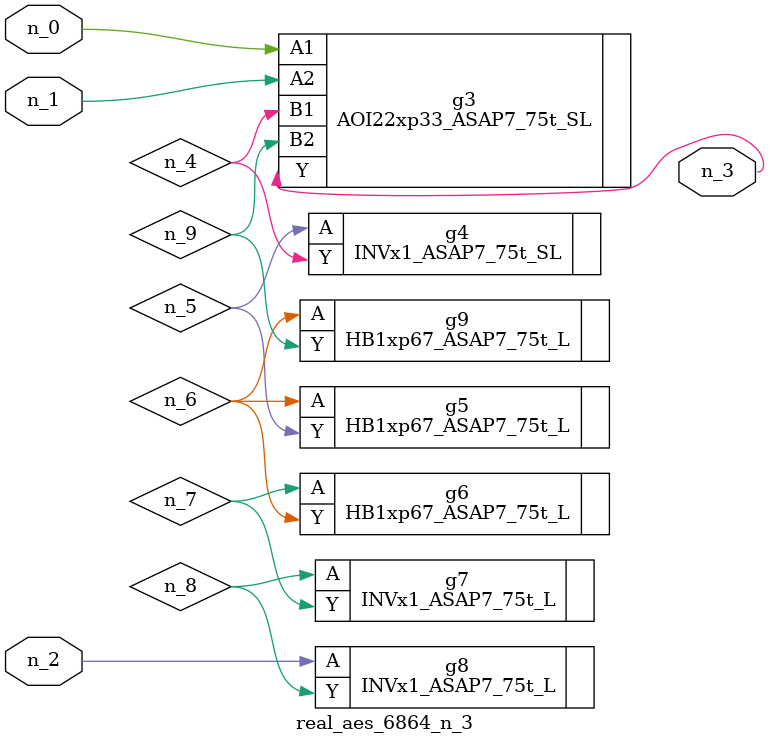
<source format=v>
module real_aes_6864_n_3 (n_0, n_2, n_1, n_3);
input n_0;
input n_2;
input n_1;
output n_3;
wire n_4;
wire n_5;
wire n_7;
wire n_9;
wire n_6;
wire n_8;
AOI22xp33_ASAP7_75t_SL g3 ( .A1(n_0), .A2(n_1), .B1(n_4), .B2(n_9), .Y(n_3) );
INVx1_ASAP7_75t_L g8 ( .A(n_2), .Y(n_8) );
INVx1_ASAP7_75t_SL g4 ( .A(n_5), .Y(n_4) );
HB1xp67_ASAP7_75t_L g5 ( .A(n_6), .Y(n_5) );
HB1xp67_ASAP7_75t_L g9 ( .A(n_6), .Y(n_9) );
HB1xp67_ASAP7_75t_L g6 ( .A(n_7), .Y(n_6) );
INVx1_ASAP7_75t_L g7 ( .A(n_8), .Y(n_7) );
endmodule
</source>
